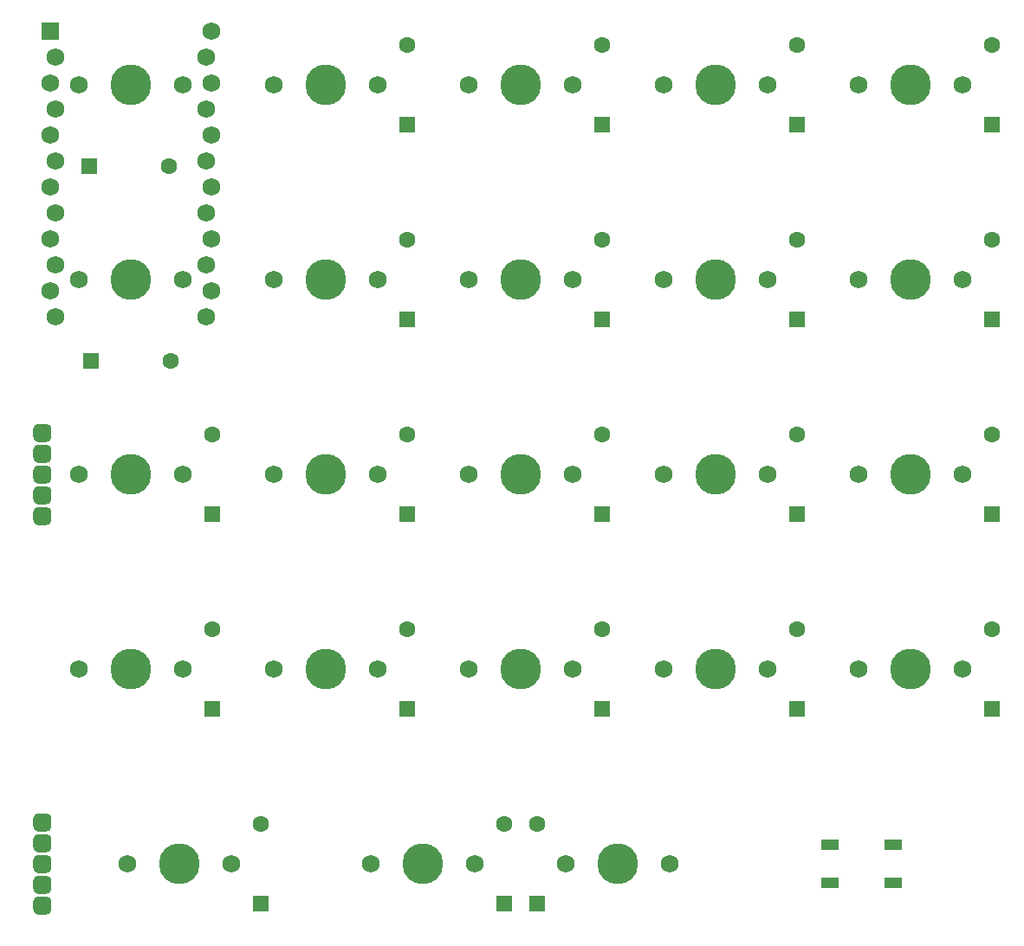
<source format=gts>
%TF.GenerationSoftware,KiCad,Pcbnew,(5.1.12)-1*%
%TF.CreationDate,2022-01-07T17:35:06-05:00*%
%TF.ProjectId,center-gasket-2,63656e74-6572-42d6-9761-736b65742d32,rev?*%
%TF.SameCoordinates,Original*%
%TF.FileFunction,Soldermask,Top*%
%TF.FilePolarity,Negative*%
%FSLAX46Y46*%
G04 Gerber Fmt 4.6, Leading zero omitted, Abs format (unit mm)*
G04 Created by KiCad (PCBNEW (5.1.12)-1) date 2022-01-07 17:35:06*
%MOMM*%
%LPD*%
G01*
G04 APERTURE LIST*
%ADD10R,1.800000X1.100000*%
%ADD11C,3.987800*%
%ADD12C,1.750000*%
%ADD13C,1.752600*%
%ADD14R,1.752600X1.752600*%
%ADD15R,1.600000X1.600000*%
%ADD16C,1.600000*%
G04 APERTURE END LIST*
D10*
%TO.C,SW1*%
X115018750Y-114831250D03*
X108818750Y-118531250D03*
X115018750Y-118531250D03*
X108818750Y-114831250D03*
%TD*%
D11*
%TO.C,MX38*%
X88106250Y-116681250D03*
D12*
X83026250Y-116681250D03*
X93186250Y-116681250D03*
%TD*%
%TO.C,M2*%
G36*
G01*
X30968950Y-121215150D02*
X30968950Y-120338850D01*
G75*
G02*
X31407100Y-119900700I438150J0D01*
G01*
X32283400Y-119900700D01*
G75*
G02*
X32721550Y-120338850I0J-438150D01*
G01*
X32721550Y-121215150D01*
G75*
G02*
X32283400Y-121653300I-438150J0D01*
G01*
X31407100Y-121653300D01*
G75*
G02*
X30968950Y-121215150I0J438150D01*
G01*
G37*
G36*
G01*
X30968950Y-119183150D02*
X30968950Y-118306850D01*
G75*
G02*
X31407100Y-117868700I438150J0D01*
G01*
X32283400Y-117868700D01*
G75*
G02*
X32721550Y-118306850I0J-438150D01*
G01*
X32721550Y-119183150D01*
G75*
G02*
X32283400Y-119621300I-438150J0D01*
G01*
X31407100Y-119621300D01*
G75*
G02*
X30968950Y-119183150I0J438150D01*
G01*
G37*
G36*
G01*
X30968950Y-117151150D02*
X30968950Y-116274850D01*
G75*
G02*
X31407100Y-115836700I438150J0D01*
G01*
X32283400Y-115836700D01*
G75*
G02*
X32721550Y-116274850I0J-438150D01*
G01*
X32721550Y-117151150D01*
G75*
G02*
X32283400Y-117589300I-438150J0D01*
G01*
X31407100Y-117589300D01*
G75*
G02*
X30968950Y-117151150I0J438150D01*
G01*
G37*
G36*
G01*
X30968950Y-115119150D02*
X30968950Y-114242850D01*
G75*
G02*
X31407100Y-113804700I438150J0D01*
G01*
X32283400Y-113804700D01*
G75*
G02*
X32721550Y-114242850I0J-438150D01*
G01*
X32721550Y-115119150D01*
G75*
G02*
X32283400Y-115557300I-438150J0D01*
G01*
X31407100Y-115557300D01*
G75*
G02*
X30968950Y-115119150I0J438150D01*
G01*
G37*
G36*
G01*
X30968950Y-113087150D02*
X30968950Y-112210850D01*
G75*
G02*
X31407100Y-111772700I438150J0D01*
G01*
X32283400Y-111772700D01*
G75*
G02*
X32721550Y-112210850I0J-438150D01*
G01*
X32721550Y-113087150D01*
G75*
G02*
X32283400Y-113525300I-438150J0D01*
G01*
X31407100Y-113525300D01*
G75*
G02*
X30968950Y-113087150I0J438150D01*
G01*
G37*
%TD*%
%TO.C,M1*%
G36*
G01*
X30968950Y-74987150D02*
X30968950Y-74110850D01*
G75*
G02*
X31407100Y-73672700I438150J0D01*
G01*
X32283400Y-73672700D01*
G75*
G02*
X32721550Y-74110850I0J-438150D01*
G01*
X32721550Y-74987150D01*
G75*
G02*
X32283400Y-75425300I-438150J0D01*
G01*
X31407100Y-75425300D01*
G75*
G02*
X30968950Y-74987150I0J438150D01*
G01*
G37*
G36*
G01*
X30968950Y-77019150D02*
X30968950Y-76142850D01*
G75*
G02*
X31407100Y-75704700I438150J0D01*
G01*
X32283400Y-75704700D01*
G75*
G02*
X32721550Y-76142850I0J-438150D01*
G01*
X32721550Y-77019150D01*
G75*
G02*
X32283400Y-77457300I-438150J0D01*
G01*
X31407100Y-77457300D01*
G75*
G02*
X30968950Y-77019150I0J438150D01*
G01*
G37*
G36*
G01*
X30968950Y-79051150D02*
X30968950Y-78174850D01*
G75*
G02*
X31407100Y-77736700I438150J0D01*
G01*
X32283400Y-77736700D01*
G75*
G02*
X32721550Y-78174850I0J-438150D01*
G01*
X32721550Y-79051150D01*
G75*
G02*
X32283400Y-79489300I-438150J0D01*
G01*
X31407100Y-79489300D01*
G75*
G02*
X30968950Y-79051150I0J438150D01*
G01*
G37*
G36*
G01*
X30968950Y-81083150D02*
X30968950Y-80206850D01*
G75*
G02*
X31407100Y-79768700I438150J0D01*
G01*
X32283400Y-79768700D01*
G75*
G02*
X32721550Y-80206850I0J-438150D01*
G01*
X32721550Y-81083150D01*
G75*
G02*
X32283400Y-81521300I-438150J0D01*
G01*
X31407100Y-81521300D01*
G75*
G02*
X30968950Y-81083150I0J438150D01*
G01*
G37*
G36*
G01*
X30968950Y-83115150D02*
X30968950Y-82238850D01*
G75*
G02*
X31407100Y-81800700I438150J0D01*
G01*
X32283400Y-81800700D01*
G75*
G02*
X32721550Y-82238850I0J-438150D01*
G01*
X32721550Y-83115150D01*
G75*
G02*
X32283400Y-83553300I-438150J0D01*
G01*
X31407100Y-83553300D01*
G75*
G02*
X30968950Y-83115150I0J438150D01*
G01*
G37*
%TD*%
D13*
%TO.C,U1*%
X48329850Y-35242500D03*
X33089850Y-63182500D03*
X47872650Y-37782500D03*
X48329850Y-40322500D03*
X47872650Y-42862500D03*
X48329850Y-45402500D03*
X47872650Y-47942500D03*
X48329850Y-50482500D03*
X47872650Y-53022500D03*
X48329850Y-55562500D03*
X47872650Y-58102500D03*
X48329850Y-60642500D03*
X47872650Y-63182500D03*
X32632650Y-60642500D03*
X33089850Y-58102500D03*
X32632650Y-55562500D03*
X33089850Y-53022500D03*
X32632650Y-50482500D03*
X33089850Y-47942500D03*
X32632650Y-45402500D03*
X33089850Y-42862500D03*
X32632650Y-40322500D03*
X33089850Y-37782500D03*
D14*
X32632650Y-35242500D03*
%TD*%
D11*
%TO.C,MX25*%
X40481250Y-59531250D03*
D12*
X35401250Y-59531250D03*
X45561250Y-59531250D03*
%TD*%
D11*
%TO.C,MX28*%
X45243750Y-116681250D03*
D12*
X40163750Y-116681250D03*
X50323750Y-116681250D03*
%TD*%
D11*
%TO.C,MX46*%
X116681250Y-97631250D03*
D12*
X111601250Y-97631250D03*
X121761250Y-97631250D03*
%TD*%
D11*
%TO.C,MX45*%
X116681250Y-78581250D03*
D12*
X111601250Y-78581250D03*
X121761250Y-78581250D03*
%TD*%
D11*
%TO.C,MX44*%
X116681250Y-59531250D03*
D12*
X111601250Y-59531250D03*
X121761250Y-59531250D03*
%TD*%
D11*
%TO.C,MX43*%
X116681250Y-40481250D03*
D12*
X111601250Y-40481250D03*
X121761250Y-40481250D03*
%TD*%
D11*
%TO.C,MX42*%
X97631250Y-97631250D03*
D12*
X92551250Y-97631250D03*
X102711250Y-97631250D03*
%TD*%
D11*
%TO.C,MX41*%
X97631250Y-78581250D03*
D12*
X92551250Y-78581250D03*
X102711250Y-78581250D03*
%TD*%
D11*
%TO.C,MX40*%
X97631250Y-59531250D03*
D12*
X92551250Y-59531250D03*
X102711250Y-59531250D03*
%TD*%
D11*
%TO.C,MX39*%
X97631250Y-40481250D03*
D12*
X92551250Y-40481250D03*
X102711250Y-40481250D03*
%TD*%
D11*
%TO.C,MX37*%
X78581250Y-97631250D03*
D12*
X73501250Y-97631250D03*
X83661250Y-97631250D03*
%TD*%
D11*
%TO.C,MX36*%
X78581250Y-78581250D03*
D12*
X73501250Y-78581250D03*
X83661250Y-78581250D03*
%TD*%
D11*
%TO.C,MX35*%
X78581250Y-59531250D03*
D12*
X73501250Y-59531250D03*
X83661250Y-59531250D03*
%TD*%
D11*
%TO.C,MX34*%
X78581250Y-40481250D03*
D12*
X73501250Y-40481250D03*
X83661250Y-40481250D03*
%TD*%
D11*
%TO.C,MX33*%
X69056250Y-116681250D03*
D12*
X63976250Y-116681250D03*
X74136250Y-116681250D03*
%TD*%
D11*
%TO.C,MX32*%
X59531250Y-97631250D03*
D12*
X54451250Y-97631250D03*
X64611250Y-97631250D03*
%TD*%
D11*
%TO.C,MX31*%
X59531250Y-78581250D03*
D12*
X54451250Y-78581250D03*
X64611250Y-78581250D03*
%TD*%
D11*
%TO.C,MX30*%
X59531250Y-59531250D03*
D12*
X54451250Y-59531250D03*
X64611250Y-59531250D03*
%TD*%
D11*
%TO.C,MX29*%
X59531250Y-40481250D03*
D12*
X54451250Y-40481250D03*
X64611250Y-40481250D03*
%TD*%
D11*
%TO.C,MX27*%
X40481250Y-97631250D03*
D12*
X35401250Y-97631250D03*
X45561250Y-97631250D03*
%TD*%
D11*
%TO.C,MX26*%
X40481250Y-78581250D03*
D12*
X35401250Y-78581250D03*
X45561250Y-78581250D03*
%TD*%
D11*
%TO.C,MX24*%
X40481250Y-40481250D03*
D12*
X35401250Y-40481250D03*
X45561250Y-40481250D03*
%TD*%
D15*
%TO.C,D46*%
X124618750Y-101531250D03*
D16*
X124618750Y-93731250D03*
%TD*%
D15*
%TO.C,D45*%
X124618750Y-82481250D03*
D16*
X124618750Y-74681250D03*
%TD*%
D15*
%TO.C,D44*%
X124618750Y-63431250D03*
D16*
X124618750Y-55631250D03*
%TD*%
D15*
%TO.C,D43*%
X124618750Y-44381250D03*
D16*
X124618750Y-36581250D03*
%TD*%
D15*
%TO.C,D42*%
X105568750Y-101528250D03*
D16*
X105568750Y-93728250D03*
%TD*%
D15*
%TO.C,D41*%
X105568750Y-82481250D03*
D16*
X105568750Y-74681250D03*
%TD*%
D15*
%TO.C,D40*%
X105568750Y-63431250D03*
D16*
X105568750Y-55631250D03*
%TD*%
D15*
%TO.C,D39*%
X105568750Y-44381250D03*
D16*
X105568750Y-36581250D03*
%TD*%
D15*
%TO.C,D38*%
X80168750Y-120581250D03*
D16*
X80168750Y-112781250D03*
%TD*%
D15*
%TO.C,D37*%
X86518750Y-101531250D03*
D16*
X86518750Y-93731250D03*
%TD*%
D15*
%TO.C,D36*%
X86518750Y-82481250D03*
D16*
X86518750Y-74681250D03*
%TD*%
D15*
%TO.C,D35*%
X86518750Y-63431250D03*
D16*
X86518750Y-55631250D03*
%TD*%
D15*
%TO.C,D34*%
X86518750Y-44381250D03*
D16*
X86518750Y-36581250D03*
%TD*%
D15*
%TO.C,D33*%
X76993750Y-120581250D03*
D16*
X76993750Y-112781250D03*
%TD*%
D15*
%TO.C,D32*%
X67468750Y-101531250D03*
D16*
X67468750Y-93731250D03*
%TD*%
D15*
%TO.C,D31*%
X67468750Y-82481250D03*
D16*
X67468750Y-74681250D03*
%TD*%
D15*
%TO.C,D30*%
X67468750Y-63431250D03*
D16*
X67468750Y-55631250D03*
%TD*%
D15*
%TO.C,D29*%
X67468750Y-44381250D03*
D16*
X67468750Y-36581250D03*
%TD*%
D15*
%TO.C,D28*%
X53181250Y-120581250D03*
D16*
X53181250Y-112781250D03*
%TD*%
D15*
%TO.C,D27*%
X48418750Y-101531250D03*
D16*
X48418750Y-93731250D03*
%TD*%
D15*
%TO.C,D26*%
X48418750Y-82481250D03*
D16*
X48418750Y-74681250D03*
%TD*%
D15*
%TO.C,D25*%
X36581250Y-67468750D03*
D16*
X44381250Y-67468750D03*
%TD*%
D15*
%TO.C,D24*%
X36393750Y-48418750D03*
D16*
X44193750Y-48418750D03*
%TD*%
M02*

</source>
